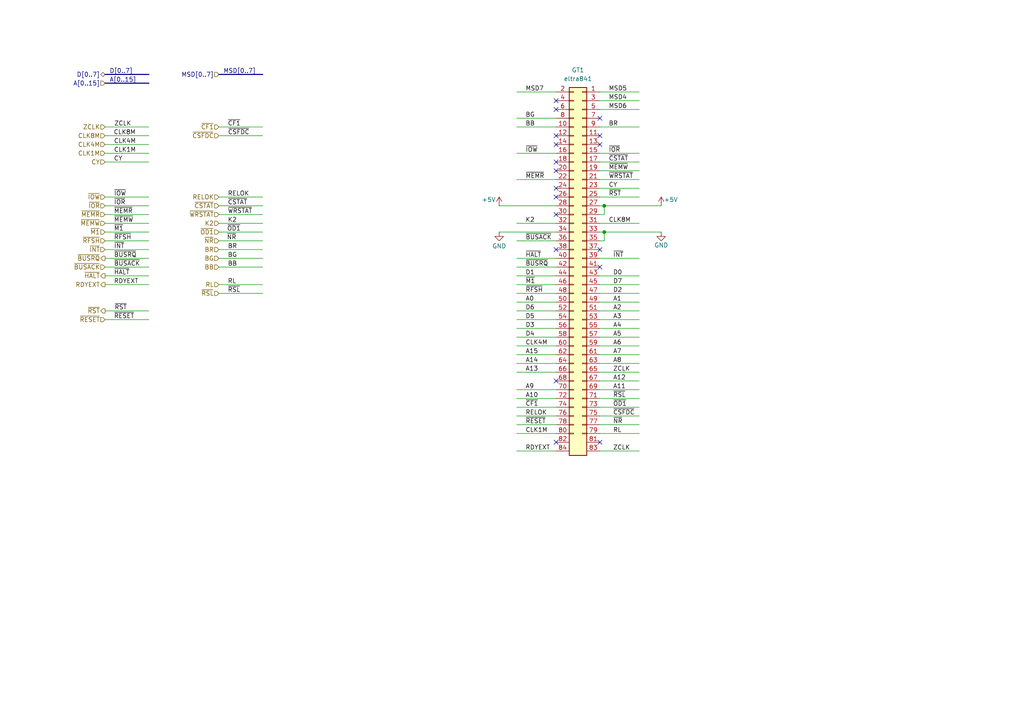
<source format=kicad_sch>
(kicad_sch (version 20250114) (generator "eeschema") (generator_version "9.0")
  (paper "A4")
  (title_block (title "Elwro 800 Junior Rev C - FDC connector") (company "Przemysław Węgrzyn <pwegrzyn@codepainters.com>"))
  (lib_symbols
    (symbol "e800j_custom:eltra841" (pin_names (offset 1.016) (hide yes))
      (property "Reference" "J" (at 1.27 50.8 0))
      (property "Value" "eltra841" (at 1.778 -58.674 0))
      (symbol "eltra841_1_1"
        (rectangle (start -1.27 49.53) (end 3.81 -57.15) (stroke (width 0.254)) (fill (type background)))
        (rectangle (start 0 48.133) (end -1.27 48.387) (stroke (width 0.1524)))
        (rectangle (start 0 45.593) (end -1.27 45.847) (stroke (width 0.1524)))
        (rectangle (start 0 43.053) (end -1.27 43.307) (stroke (width 0.1524)))
        (rectangle (start 0 40.513) (end -1.27 40.767) (stroke (width 0.1524)))
        (rectangle (start 0 37.973) (end -1.27 38.227) (stroke (width 0.1524)))
        (rectangle (start 0 35.433) (end -1.27 35.687) (stroke (width 0.1524)))
        (rectangle (start 0 32.893) (end -1.27 33.147) (stroke (width 0.1524)))
        (rectangle (start 0 30.353) (end -1.27 30.607) (stroke (width 0.1524)))
        (rectangle (start 0 27.813) (end -1.27 28.067) (stroke (width 0.1524)))
        (rectangle (start 0 25.273) (end -1.27 25.527) (stroke (width 0.1524)))
        (rectangle (start 0 22.733) (end -1.27 22.987) (stroke (width 0.1524)))
        (rectangle (start 0 20.193) (end -1.27 20.447) (stroke (width 0.1524)))
        (rectangle (start 0 17.653) (end -1.27 17.907) (stroke (width 0.1524)))
        (rectangle (start 0 15.113) (end -1.27 15.367) (stroke (width 0.1524)))
        (rectangle (start 0 12.573) (end -1.27 12.827) (stroke (width 0.1524)))
        (rectangle (start 0 10.033) (end -1.27 10.287) (stroke (width 0.1524)))
        (rectangle (start 0 7.493) (end -1.27 7.747) (stroke (width 0.1524)))
        (rectangle (start 0 4.953) (end -1.27 5.207) (stroke (width 0.1524)))
        (rectangle (start 0 2.413) (end -1.27 2.667) (stroke (width 0.1524)))
        (rectangle (start 0 -0.127) (end -1.27 0.127) (stroke (width 0.1524)))
        (rectangle (start 0 -2.667) (end -1.27 -2.413) (stroke (width 0.1524)))
        (rectangle (start 0 -5.207) (end -1.27 -4.953) (stroke (width 0.1524)))
        (rectangle (start 0 -7.747) (end -1.27 -7.493) (stroke (width 0.1524)))
        (rectangle (start 0 -10.287) (end -1.27 -10.033) (stroke (width 0.1524)))
        (rectangle (start 0 -12.827) (end -1.27 -12.573) (stroke (width 0.1524)))
        (rectangle (start 0 -15.367) (end -1.27 -15.113) (stroke (width 0.1524)))
        (rectangle (start 0 -17.907) (end -1.27 -17.653) (stroke (width 0.1524)))
        (rectangle (start 0 -20.447) (end -1.27 -20.193) (stroke (width 0.1524)))
        (rectangle (start 0 -22.987) (end -1.27 -22.733) (stroke (width 0.1524)))
        (rectangle (start 0 -25.527) (end -1.27 -25.273) (stroke (width 0.1524)))
        (rectangle (start 0 -28.067) (end -1.27 -27.813) (stroke (width 0.1524)))
        (rectangle (start 0 -30.607) (end -1.27 -30.353) (stroke (width 0.1524)))
        (rectangle (start 0 -33.147) (end -1.27 -32.893) (stroke (width 0.1524)))
        (rectangle (start 0 -35.687) (end -1.27 -35.433) (stroke (width 0.1524)))
        (rectangle (start 0 -38.227) (end -1.27 -37.973) (stroke (width 0.1524)))
        (rectangle (start 0 -40.767) (end -1.27 -40.513) (stroke (width 0.1524)))
        (rectangle (start 0 -43.307) (end -1.27 -43.053) (stroke (width 0.1524)))
        (rectangle (start 0 -45.847) (end -1.27 -45.593) (stroke (width 0.1524)))
        (rectangle (start 0 -48.387) (end -1.27 -48.133) (stroke (width 0.1524)))
        (rectangle (start 0 -50.927) (end -1.27 -50.673) (stroke (width 0.1524)))
        (rectangle (start 2.54 48.133) (end 3.81 48.387) (stroke (width 0.1524)))
        (rectangle (start 2.54 45.593) (end 3.81 45.847) (stroke (width 0.1524)))
        (rectangle (start 2.54 43.053) (end 3.81 43.307) (stroke (width 0.1524)))
        (rectangle (start 2.54 40.513) (end 3.81 40.767) (stroke (width 0.1524)))
        (rectangle (start 2.54 37.973) (end 3.81 38.227) (stroke (width 0.1524)))
        (rectangle (start 2.54 35.433) (end 3.81 35.687) (stroke (width 0.1524)))
        (rectangle (start 2.54 32.893) (end 3.81 33.147) (stroke (width 0.1524)))
        (rectangle (start 2.54 30.353) (end 3.81 30.607) (stroke (width 0.1524)))
        (rectangle (start 2.54 27.813) (end 3.81 28.067) (stroke (width 0.1524)))
        (rectangle (start 2.54 25.273) (end 3.81 25.527) (stroke (width 0.1524)))
        (rectangle (start 2.54 22.733) (end 3.81 22.987) (stroke (width 0.1524)))
        (rectangle (start 2.54 20.193) (end 3.81 20.447) (stroke (width 0.1524)))
        (rectangle (start 2.54 17.653) (end 3.81 17.907) (stroke (width 0.1524)))
        (rectangle (start 2.54 15.113) (end 3.81 15.367) (stroke (width 0.1524)))
        (rectangle (start 2.54 12.573) (end 3.81 12.827) (stroke (width 0.1524)))
        (rectangle (start 2.54 10.033) (end 3.81 10.287) (stroke (width 0.1524)))
        (rectangle (start 2.54 7.493) (end 3.81 7.747) (stroke (width 0.1524)))
        (rectangle (start 2.54 4.953) (end 3.81 5.207) (stroke (width 0.1524)))
        (rectangle (start 2.54 2.413) (end 3.81 2.667) (stroke (width 0.1524)))
        (rectangle (start 2.54 -0.127) (end 3.81 0.127) (stroke (width 0.1524)))
        (rectangle (start 2.54 -2.667) (end 3.81 -2.413) (stroke (width 0.1524)))
        (rectangle (start 2.54 -5.207) (end 3.81 -4.953) (stroke (width 0.1524)))
        (rectangle (start 2.54 -7.747) (end 3.81 -7.493) (stroke (width 0.1524)))
        (rectangle (start 2.54 -10.287) (end 3.81 -10.033) (stroke (width 0.1524)))
        (rectangle (start 2.54 -12.827) (end 3.81 -12.573) (stroke (width 0.1524)))
        (rectangle (start 2.54 -15.367) (end 3.81 -15.113) (stroke (width 0.1524)))
        (rectangle (start 2.54 -17.907) (end 3.81 -17.653) (stroke (width 0.1524)))
        (rectangle (start 2.54 -20.447) (end 3.81 -20.193) (stroke (width 0.1524)))
        (rectangle (start 2.54 -22.987) (end 3.81 -22.733) (stroke (width 0.1524)))
        (rectangle (start 2.54 -25.527) (end 3.81 -25.273) (stroke (width 0.1524)))
        (rectangle (start 2.54 -28.067) (end 3.81 -27.813) (stroke (width 0.1524)))
        (rectangle (start 2.54 -30.607) (end 3.81 -30.353) (stroke (width 0.1524)))
        (rectangle (start 2.54 -33.147) (end 3.81 -32.893) (stroke (width 0.1524)))
        (rectangle (start 2.54 -35.687) (end 3.81 -35.433) (stroke (width 0.1524)))
        (rectangle (start 2.54 -38.227) (end 3.81 -37.973) (stroke (width 0.1524)))
        (rectangle (start 2.54 -40.767) (end 3.81 -40.513) (stroke (width 0.1524)))
        (rectangle (start 2.54 -43.307) (end 3.81 -43.053) (stroke (width 0.1524)))
        (rectangle (start 2.54 -45.847) (end 3.81 -45.593) (stroke (width 0.1524)))
        (rectangle (start 2.54 -48.387) (end 3.81 -48.133) (stroke (width 0.1524)))
        (rectangle (start 2.54 -50.927) (end 3.81 -50.673) (stroke (width 0.1524)))
        (pin passive line (at -5.08 48.26 0) (length 3.81) (name "Pin_2") (number "2"))
        (pin passive line (at -5.08 45.72 0) (length 3.81) (name "Pin_4") (number "4"))
        (pin passive line (at -5.08 43.18 0) (length 3.81) (name "Pin_6") (number "6"))
        (pin passive line (at -5.08 40.64 0) (length 3.81) (name "Pin_8") (number "8"))
        (pin passive line (at -5.08 38.1 0) (length 3.81) (name "Pin_10") (number "10"))
        (pin passive line (at -5.08 35.56 0) (length 3.81) (name "Pin_12") (number "12"))
        (pin passive line (at -5.08 33.02 0) (length 3.81) (name "Pin_14") (number "14"))
        (pin passive line (at -5.08 30.48 0) (length 3.81) (name "Pin_16") (number "16"))
        (pin passive line (at -5.08 27.94 0) (length 3.81) (name "Pin_18") (number "18"))
        (pin passive line (at -5.08 25.4 0) (length 3.81) (name "Pin_20") (number "20"))
        (pin passive line (at -5.08 22.86 0) (length 3.81) (name "Pin_22") (number "22"))
        (pin passive line (at -5.08 20.32 0) (length 3.81) (name "Pin_24") (number "24"))
        (pin passive line (at -5.08 17.78 0) (length 3.81) (name "Pin_26") (number "26"))
        (pin passive line (at -5.08 15.24 0) (length 3.81) (name "Pin_28") (number "28"))
        (pin passive line (at -5.08 12.7 0) (length 3.81) (name "Pin_30") (number "30"))
        (pin passive line (at -5.08 10.16 0) (length 3.81) (name "Pin_32") (number "32"))
        (pin passive line (at -5.08 7.62 0) (length 3.81) (name "Pin_34") (number "34"))
        (pin passive line (at -5.08 5.08 0) (length 3.81) (name "Pin_36") (number "36"))
        (pin passive line (at -5.08 2.54 0) (length 3.81) (name "Pin_38") (number "38"))
        (pin passive line (at -5.08 0 0) (length 3.81) (name "Pin_40") (number "40"))
        (pin passive line (at -5.08 -2.54 0) (length 3.81) (name "Pin_42") (number "42"))
        (pin passive line (at -5.08 -5.08 0) (length 3.81) (name "Pin_44") (number "44"))
        (pin passive line (at -5.08 -7.62 0) (length 3.81) (name "Pin_46") (number "46"))
        (pin passive line (at -5.08 -10.16 0) (length 3.81) (name "Pin_48") (number "48"))
        (pin passive line (at -5.08 -12.7 0) (length 3.81) (name "Pin_50") (number "50"))
        (pin passive line (at -5.08 -15.24 0) (length 3.81) (name "Pin_52") (number "52"))
        (pin passive line (at -5.08 -17.78 0) (length 3.81) (name "Pin_54") (number "54"))
        (pin passive line (at -5.08 -20.32 0) (length 3.81) (name "Pin_56") (number "56"))
        (pin passive line (at -5.08 -22.86 0) (length 3.81) (name "Pin_58") (number "58"))
        (pin passive line (at -5.08 -25.4 0) (length 3.81) (name "Pin_60") (number "60"))
        (pin passive line (at -5.08 -27.94 0) (length 3.81) (name "Pin_62") (number "62"))
        (pin passive line (at -5.08 -30.48 0) (length 3.81) (name "Pin_64") (number "64"))
        (pin passive line (at -5.08 -33.02 0) (length 3.81) (name "Pin_66") (number "66"))
        (pin passive line (at -5.08 -35.56 0) (length 3.81) (name "Pin_68") (number "68"))
        (pin passive line (at -5.08 -38.1 0) (length 3.81) (name "Pin_70") (number "70"))
        (pin passive line (at -5.08 -40.64 0) (length 3.81) (name "Pin_72") (number "72"))
        (pin passive line (at -5.08 -43.18 0) (length 3.81) (name "Pin_74") (number "74"))
        (pin passive line (at -5.08 -45.72 0) (length 3.81) (name "Pin_76") (number "76"))
        (pin passive line (at -5.08 -48.26 0) (length 3.81) (name "Pin_78") (number "78"))
        (pin passive line (at -5.08 -50.8 0) (length 3.81) (name "Pin_80") (number "80"))
        (pin passive line (at -5.08 -53.34 0) (length 3.81) (name "Pin_80") (number "82"))
        (pin passive line (at -5.08 -55.88 0) (length 3.81) (name "Pin_80") (number "84"))
        (pin passive line (at 7.62 48.26 180) (length 3.81) (name "Pin_1") (number "1"))
        (pin passive line (at 7.62 45.72 180) (length 3.81) (name "Pin_3") (number "3"))
        (pin passive line (at 7.62 43.18 180) (length 3.81) (name "Pin_5") (number "5"))
        (pin passive line (at 7.62 40.64 180) (length 3.81) (name "Pin_7") (number "7"))
        (pin passive line (at 7.62 38.1 180) (length 3.81) (name "Pin_9") (number "9"))
        (pin passive line (at 7.62 35.56 180) (length 3.81) (name "Pin_11") (number "11"))
        (pin passive line (at 7.62 33.02 180) (length 3.81) (name "Pin_13") (number "13"))
        (pin passive line (at 7.62 30.48 180) (length 3.81) (name "Pin_15") (number "15"))
        (pin passive line (at 7.62 27.94 180) (length 3.81) (name "Pin_17") (number "17"))
        (pin passive line (at 7.62 25.4 180) (length 3.81) (name "Pin_19") (number "19"))
        (pin passive line (at 7.62 22.86 180) (length 3.81) (name "Pin_21") (number "21"))
        (pin passive line (at 7.62 20.32 180) (length 3.81) (name "Pin_23") (number "23"))
        (pin passive line (at 7.62 17.78 180) (length 3.81) (name "Pin_25") (number "25"))
        (pin passive line (at 7.62 15.24 180) (length 3.81) (name "Pin_27") (number "27"))
        (pin passive line (at 7.62 12.7 180) (length 3.81) (name "Pin_29") (number "29"))
        (pin passive line (at 7.62 10.16 180) (length 3.81) (name "Pin_31") (number "31"))
        (pin passive line (at 7.62 7.62 180) (length 3.81) (name "Pin_33") (number "33"))
        (pin passive line (at 7.62 5.08 180) (length 3.81) (name "Pin_35") (number "35"))
        (pin passive line (at 7.62 2.54 180) (length 3.81) (name "Pin_37") (number "37"))
        (pin passive line (at 7.62 0 180) (length 3.81) (name "Pin_39") (number "39"))
        (pin passive line (at 7.62 -2.54 180) (length 3.81) (name "Pin_41") (number "41"))
        (pin passive line (at 7.62 -5.08 180) (length 3.81) (name "Pin_43") (number "43"))
        (pin passive line (at 7.62 -7.62 180) (length 3.81) (name "Pin_45") (number "45"))
        (pin passive line (at 7.62 -10.16 180) (length 3.81) (name "Pin_47") (number "47"))
        (pin passive line (at 7.62 -12.7 180) (length 3.81) (name "Pin_49") (number "49"))
        (pin passive line (at 7.62 -15.24 180) (length 3.81) (name "Pin_51") (number "51"))
        (pin passive line (at 7.62 -17.78 180) (length 3.81) (name "Pin_53") (number "53"))
        (pin passive line (at 7.62 -20.32 180) (length 3.81) (name "Pin_55") (number "55"))
        (pin passive line (at 7.62 -22.86 180) (length 3.81) (name "Pin_57") (number "57"))
        (pin passive line (at 7.62 -25.4 180) (length 3.81) (name "Pin_59") (number "59"))
        (pin passive line (at 7.62 -27.94 180) (length 3.81) (name "Pin_61") (number "61"))
        (pin passive line (at 7.62 -30.48 180) (length 3.81) (name "Pin_63") (number "63"))
        (pin passive line (at 7.62 -33.02 180) (length 3.81) (name "Pin_65") (number "65"))
        (pin passive line (at 7.62 -35.56 180) (length 3.81) (name "Pin_67") (number "67"))
        (pin passive line (at 7.62 -38.1 180) (length 3.81) (name "Pin_69") (number "69"))
        (pin passive line (at 7.62 -40.64 180) (length 3.81) (name "Pin_71") (number "71"))
        (pin passive line (at 7.62 -43.18 180) (length 3.81) (name "Pin_73") (number "73"))
        (pin passive line (at 7.62 -45.72 180) (length 3.81) (name "Pin_75") (number "75"))
        (pin passive line (at 7.62 -48.26 180) (length 3.81) (name "Pin_77") (number "77"))
        (pin passive line (at 7.62 -50.8 180) (length 3.81) (name "Pin_79") (number "79"))
        (pin passive line (at 7.62 -53.34 180) (length 3.81) (name "Pin_79") (number "81"))
        (pin passive line (at 7.62 -55.88 180) (length 3.81) (name "Pin_79") (number "83"))
      )
    )
    (symbol "power:+5V" (power) (pin_numbers (hide yes)) (pin_names (offset 0) (hide yes))
      (property "Value" "+5V" (at 0 3.556 0))
      (symbol "+5V_0_1"
        (polyline (pts (xy -0.762 1.27) (xy 0 2.54)))
        (polyline (pts (xy 0 2.54) (xy 0.762 1.27)))
        (polyline (pts (xy 0 0) (xy 0 2.54)))
      )
      (symbol "+5V_1_1"
        (pin power_in line (at 0 0 90) (length 0) (name "~") (number "1"))
      )
    )
    (symbol "power:GND" (power) (pin_numbers (hide yes)) (pin_names (offset 0) (hide yes))
      (property "Value" "GND" (at 0 -3.81 0))
      (symbol "GND_0_1"
        (polyline (pts (xy 0 0) (xy 0 -1.27) (xy 1.27 -1.27) (xy 0 -2.54) (xy -1.27 -1.27) (xy 0 -1.27)))
      )
      (symbol "GND_1_1"
        (pin power_in line (at 0 0 270) (length 0) (name "~") (number "1"))
      )
    )
  )
  (junction (at 175.26 67.31))
  (junction (at 175.26 59.69))
  (no_connect (at 161.29 57.15))
  (no_connect (at 161.29 72.39))
  (no_connect (at 161.29 41.91))
  (no_connect (at 161.29 46.99))
  (no_connect (at 173.99 41.91))
  (no_connect (at 173.99 34.29))
  (no_connect (at 161.29 49.53))
  (no_connect (at 173.99 72.39))
  (no_connect (at 161.29 31.75))
  (no_connect (at 173.99 128.27))
  (no_connect (at 161.29 62.23))
  (no_connect (at 161.29 128.27))
  (no_connect (at 161.29 39.37))
  (no_connect (at 161.29 110.49))
  (no_connect (at 161.29 54.61))
  (no_connect (at 161.29 29.21))
  (no_connect (at 173.99 39.37))
  (no_connect (at 173.99 77.47))
  (wire (pts (xy 173.99 125.73) (xy 185.42 125.73)))
  (wire (pts (xy 173.99 59.69) (xy 175.26 59.69)))
  (wire (pts (xy 149.86 44.45) (xy 161.29 44.45)))
  (wire (pts (xy 149.86 90.17) (xy 161.29 90.17)))
  (wire (pts (xy 30.48 77.47) (xy 43.18 77.47)))
  (wire (pts (xy 173.99 105.41) (xy 185.42 105.41)))
  (wire (pts (xy 149.86 80.01) (xy 161.29 80.01)))
  (wire (pts (xy 173.99 120.65) (xy 185.42 120.65)))
  (bus (pts (xy 63.5 21.59) (xy 76.2 21.59)))
  (wire (pts (xy 173.99 49.53) (xy 185.42 49.53)))
  (wire (pts (xy 173.99 110.49) (xy 185.42 110.49)))
  (wire (pts (xy 173.99 67.31) (xy 175.26 67.31)))
  (wire (pts (xy 173.99 44.45) (xy 185.42 44.45)))
  (wire (pts (xy 149.86 74.93) (xy 161.29 74.93)))
  (wire (pts (xy 149.86 107.95) (xy 161.29 107.95)))
  (wire (pts (xy 149.86 102.87) (xy 161.29 102.87)))
  (wire (pts (xy 149.86 87.63) (xy 161.29 87.63)))
  (wire (pts (xy 173.99 102.87) (xy 185.42 102.87)))
  (wire (pts (xy 173.99 82.55) (xy 185.42 82.55)))
  (wire (pts (xy 173.99 57.15) (xy 185.42 57.15)))
  (wire (pts (xy 173.99 64.77) (xy 185.42 64.77)))
  (wire (pts (xy 43.18 36.83) (xy 30.48 36.83)))
  (wire (pts (xy 173.99 92.71) (xy 185.42 92.71)))
  (wire (pts (xy 173.99 113.03) (xy 185.42 113.03)))
  (wire (pts (xy 173.99 123.19) (xy 185.42 123.19)))
  (wire (pts (xy 30.48 72.39) (xy 43.18 72.39)))
  (wire (pts (xy 149.86 52.07) (xy 161.29 52.07)))
  (wire (pts (xy 191.77 59.69) (xy 175.26 59.69)))
  (wire (pts (xy 76.2 59.69) (xy 63.5 59.69)))
  (wire (pts (xy 149.86 77.47) (xy 161.29 77.47)))
  (wire (pts (xy 30.48 80.01) (xy 43.18 80.01)))
  (wire (pts (xy 149.86 113.03) (xy 161.29 113.03)))
  (wire (pts (xy 173.99 80.01) (xy 185.42 80.01)))
  (wire (pts (xy 173.99 90.17) (xy 185.42 90.17)))
  (wire (pts (xy 149.86 123.19) (xy 161.29 123.19)))
  (wire (pts (xy 63.5 72.39) (xy 76.2 72.39)))
  (wire (pts (xy 173.99 26.67) (xy 185.42 26.67)))
  (wire (pts (xy 43.18 90.17) (xy 30.48 90.17)))
  (wire (pts (xy 76.2 39.37) (xy 63.5 39.37)))
  (wire (pts (xy 149.86 85.09) (xy 161.29 85.09)))
  (wire (pts (xy 175.26 62.23) (xy 175.26 59.69)))
  (wire (pts (xy 149.86 120.65) (xy 161.29 120.65)))
  (wire (pts (xy 149.86 92.71) (xy 161.29 92.71)))
  (wire (pts (xy 30.48 57.15) (xy 43.18 57.15)))
  (wire (pts (xy 149.86 100.33) (xy 161.29 100.33)))
  (wire (pts (xy 173.99 62.23) (xy 175.26 62.23)))
  (wire (pts (xy 30.48 82.55) (xy 43.18 82.55)))
  (wire (pts (xy 173.99 95.25) (xy 185.42 95.25)))
  (wire (pts (xy 63.5 74.93) (xy 76.2 74.93)))
  (wire (pts (xy 144.78 67.31) (xy 161.29 67.31)))
  (wire (pts (xy 149.86 97.79) (xy 161.29 97.79)))
  (wire (pts (xy 173.99 115.57) (xy 185.42 115.57)))
  (wire (pts (xy 63.5 64.77) (xy 76.2 64.77)))
  (wire (pts (xy 76.2 82.55) (xy 63.5 82.55)))
  (wire (pts (xy 173.99 36.83) (xy 185.42 36.83)))
  (wire (pts (xy 76.2 62.23) (xy 63.5 62.23)))
  (wire (pts (xy 175.26 67.31) (xy 175.26 69.85)))
  (wire (pts (xy 63.5 36.83) (xy 76.2 36.83)))
  (wire (pts (xy 149.86 26.67) (xy 161.29 26.67)))
  (wire (pts (xy 43.18 39.37) (xy 30.48 39.37)))
  (wire (pts (xy 173.99 54.61) (xy 185.42 54.61)))
  (wire (pts (xy 76.2 69.85) (xy 63.5 69.85)))
  (wire (pts (xy 149.86 69.85) (xy 161.29 69.85)))
  (wire (pts (xy 76.2 85.09) (xy 63.5 85.09)))
  (wire (pts (xy 149.86 105.41) (xy 161.29 105.41)))
  (wire (pts (xy 149.86 95.25) (xy 161.29 95.25)))
  (wire (pts (xy 173.99 85.09) (xy 185.42 85.09)))
  (wire (pts (xy 76.2 67.31) (xy 63.5 67.31)))
  (bus (pts (xy 30.48 21.59) (xy 43.18 21.59)))
  (wire (pts (xy 43.18 46.99) (xy 30.48 46.99)))
  (wire (pts (xy 149.86 34.29) (xy 161.29 34.29)))
  (wire (pts (xy 30.48 64.77) (xy 43.18 64.77)))
  (wire (pts (xy 30.48 92.71) (xy 43.18 92.71)))
  (wire (pts (xy 173.99 74.93) (xy 185.42 74.93)))
  (wire (pts (xy 175.26 69.85) (xy 173.99 69.85)))
  (wire (pts (xy 173.99 130.81) (xy 185.42 130.81)))
  (wire (pts (xy 173.99 100.33) (xy 185.42 100.33)))
  (wire (pts (xy 173.99 46.99) (xy 185.42 46.99)))
  (wire (pts (xy 149.86 130.81) (xy 161.29 130.81)))
  (wire (pts (xy 173.99 31.75) (xy 185.42 31.75)))
  (wire (pts (xy 149.86 125.73) (xy 161.29 125.73)))
  (wire (pts (xy 173.99 118.11) (xy 185.42 118.11)))
  (wire (pts (xy 149.86 82.55) (xy 161.29 82.55)))
  (wire (pts (xy 144.78 59.69) (xy 161.29 59.69)))
  (wire (pts (xy 149.86 64.77) (xy 161.29 64.77)))
  (wire (pts (xy 63.5 57.15) (xy 76.2 57.15)))
  (bus (pts (xy 43.18 24.13) (xy 30.48 24.13)))
  (wire (pts (xy 173.99 52.07) (xy 185.42 52.07)))
  (wire (pts (xy 30.48 69.85) (xy 43.18 69.85)))
  (wire (pts (xy 173.99 107.95) (xy 185.42 107.95)))
  (wire (pts (xy 30.48 59.69) (xy 43.18 59.69)))
  (wire (pts (xy 191.77 67.31) (xy 175.26 67.31)))
  (wire (pts (xy 63.5 77.47) (xy 76.2 77.47)))
  (wire (pts (xy 173.99 97.79) (xy 185.42 97.79)))
  (wire (pts (xy 149.86 36.83) (xy 161.29 36.83)))
  (wire (pts (xy 30.48 67.31) (xy 43.18 67.31)))
  (wire (pts (xy 30.48 74.93) (xy 43.18 74.93)))
  (wire (pts (xy 30.48 41.91) (xy 43.18 41.91)))
  (wire (pts (xy 149.86 118.11) (xy 161.29 118.11)))
  (wire (pts (xy 173.99 29.21) (xy 185.42 29.21)))
  (wire (pts (xy 173.99 87.63) (xy 185.42 87.63)))
  (wire (pts (xy 149.86 115.57) (xy 161.29 115.57)))
  (wire (pts (xy 30.48 62.23) (xy 43.18 62.23)))
  (wire (pts (xy 30.48 44.45) (xy 43.18 44.45)))
  (label "~{RESET}" (at 152.4 123.19 0))
  (label "~{RST}" (at 176.53 57.15 0))
  (label "~{INT}" (at 33.02 72.39 0))
  (label "~{RFSH}" (at 33.02 69.85 0))
  (label "A13" (at 152.4 107.95 0))
  (label "RELOK" (at 152.4 120.65 0))
  (label "~{MEMW}" (at 33.02 64.77 0))
  (label "D4" (at 152.4 97.79 0))
  (label "BG" (at 152.4 34.29 0))
  (label "MSD6" (at 176.53 31.75 0))
  (label "~{BUSRQ}" (at 152.4 77.47 0))
  (label "RL" (at 66.04 82.55 0))
  (label "A0" (at 152.4 87.63 0))
  (label "CLK8M" (at 39.37 39.37 180))
  (label "BG" (at 66.04 74.93 0))
  (label "A5" (at 177.8 97.79 0))
  (label "A12" (at 177.8 110.49 0))
  (label "A3" (at 177.8 92.71 0))
  (label "~{MEMR}" (at 33.02 62.23 0))
  (label "~{IOW}" (at 33.02 57.15 0))
  (label "~{NR}" (at 68.58 69.85 180))
  (label "~{CSTAT}" (at 176.53 46.99 0))
  (label "~{MEMW}" (at 176.53 49.53 0))
  (label "BB" (at 66.04 77.47 0))
  (label "A9" (at 152.4 113.03 0))
  (label "D6" (at 152.4 90.17 0))
  (label "A7" (at 177.8 102.87 0))
  (label "RELOK" (at 66.04 57.15 0))
  (label "BR" (at 176.53 36.83 0))
  (label "~{RST}" (at 36.83 90.17 180))
  (label "ZCLK" (at 38.1 36.83 180))
  (label "~{CF1}" (at 66.04 36.83 0))
  (label "MSD5" (at 176.53 26.67 0))
  (label "ZCLK" (at 177.8 107.95 0))
  (label "K2" (at 66.04 64.77 0))
  (label "CLK4M" (at 33.02 41.91 0))
  (label "~{CSFDC}" (at 72.39 39.37 180))
  (label "~{WRSTAT}" (at 66.04 62.23 0))
  (label "A2" (at 177.8 90.17 0))
  (label "~{HALT}" (at 33.02 80.01 0))
  (label "RDYEXT" (at 152.4 130.81 0))
  (label "~{IOW}" (at 152.4 44.45 0))
  (label "~{M1}" (at 33.02 67.31 0))
  (label "~{RESET}" (at 33.02 92.71 0))
  (label "~{RSL}" (at 177.8 115.57 0))
  (label "BR" (at 66.04 72.39 0))
  (label "~{RSL}" (at 66.04 85.09 0))
  (label "RL" (at 177.8 125.73 0))
  (label "~{IOR}" (at 33.02 59.69 0))
  (label "A[0..15]" (at 31.75 24.13 0))
  (label "~{MEMR}" (at 152.4 52.07 0))
  (label "A4" (at 177.8 95.25 0))
  (label "BB" (at 152.4 36.83 0))
  (label "CLK1M" (at 33.02 44.45 0))
  (label "~{CSTAT}" (at 66.04 59.69 0))
  (label "~{BUSACK}" (at 152.4 69.85 0))
  (label "~{RFSH}" (at 152.4 85.09 0))
  (label "D0" (at 177.8 80.01 0))
  (label "D7" (at 177.8 82.55 0))
  (label "~{OD1}" (at 177.8 118.11 0))
  (label "CLK8M" (at 176.53 64.77 0))
  (label "CY" (at 176.53 54.61 0))
  (label "~{HALT}" (at 152.4 74.93 0))
  (label "CY" (at 35.56 46.99 180))
  (label "A1" (at 177.8 87.63 0))
  (label "CLK1M" (at 152.4 125.73 0))
  (label "D3" (at 152.4 95.25 0))
  (label "MSD[0..7]" (at 64.77 21.59 0))
  (label "D[0..7]" (at 31.75 21.59 0))
  (label "RDYEXT" (at 33.02 82.55 0))
  (label "~{CF1}" (at 152.4 118.11 0))
  (label "~{BUSACK}" (at 33.02 77.47 0))
  (label "D1" (at 152.4 80.01 0))
  (label "MSD4" (at 176.53 29.21 0))
  (label "~{M1}" (at 152.4 82.55 0))
  (label "ZCLK" (at 177.8 130.81 0))
  (label "A14" (at 152.4 105.41 0))
  (label "CLK4M" (at 152.4 100.33 0))
  (label "A6" (at 177.8 100.33 0))
  (label "A10" (at 152.4 115.57 0))
  (label "D5" (at 152.4 92.71 0))
  (label "~{INT}" (at 177.8 74.93 0))
  (label "A8" (at 177.8 105.41 0))
  (label "MSD7" (at 152.4 26.67 0))
  (label "~{BUSRQ}" (at 33.02 74.93 0))
  (label "A11" (at 177.8 113.03 0))
  (label "A15" (at 152.4 102.87 0))
  (label "~{IOR}" (at 176.53 44.45 0))
  (label "~{NR}" (at 177.8 123.19 0))
  (label "~{OD1}" (at 69.85 67.31 180))
  (label "~{WRSTAT}" (at 176.53 52.07 0))
  (label "D2" (at 177.8 85.09 0))
  (label "~{CSFDC}" (at 177.8 120.65 0))
  (label "K2" (at 152.4 64.77 0))
  (hierarchical_label "CLK1M" (shape input) (at 30.48 44.45 180))
  (hierarchical_label "A[0..15]" (shape input) (at 30.48 24.13 180))
  (hierarchical_label "~{IOR}" (shape input) (at 30.48 59.69 180))
  (hierarchical_label "RELOK" (shape input) (at 63.5 57.15 180))
  (hierarchical_label "~{HALT}" (shape output) (at 30.48 80.01 180))
  (hierarchical_label "~{IOW}" (shape input) (at 30.48 57.15 180))
  (hierarchical_label "CLK8M" (shape input) (at 30.48 39.37 180))
  (hierarchical_label "~{RFSH}" (shape input) (at 30.48 69.85 180))
  (hierarchical_label "K2" (shape input) (at 63.5 64.77 180))
  (hierarchical_label "D[0..7]" (shape bidirectional) (at 30.48 21.59 180))
  (hierarchical_label "~{CF1}" (shape input) (at 63.5 36.83 180))
  (hierarchical_label "~{CSFDC}" (shape input) (at 63.5 39.37 180))
  (hierarchical_label "~{CSTAT}" (shape input) (at 63.5 59.69 180))
  (hierarchical_label "~{RST}" (shape output) (at 30.48 90.17 180))
  (hierarchical_label "~{BUSACK}" (shape input) (at 30.48 77.47 180))
  (hierarchical_label "BR" (shape input) (at 63.5 72.39 180))
  (hierarchical_label "~{RSL}" (shape input) (at 63.5 85.09 180))
  (hierarchical_label "ZCLK" (shape input) (at 30.48 36.83 180))
  (hierarchical_label "BG" (shape input) (at 63.5 74.93 180))
  (hierarchical_label "~{MEMW}" (shape input) (at 30.48 64.77 180))
  (hierarchical_label "~{NR}" (shape input) (at 63.5 69.85 180))
  (hierarchical_label "~{BUSRQ}" (shape output) (at 30.48 74.93 180))
  (hierarchical_label "~{INT}" (shape input) (at 30.48 72.39 180))
  (hierarchical_label "~{MEMR}" (shape input) (at 30.48 62.23 180))
  (hierarchical_label "~{OD1}" (shape input) (at 63.5 67.31 180))
  (hierarchical_label "RDYEXT" (shape output) (at 30.48 82.55 180))
  (hierarchical_label "RL" (shape input) (at 63.5 82.55 180))
  (hierarchical_label "CY" (shape input) (at 30.48 46.99 180))
  (hierarchical_label "CLK4M" (shape input) (at 30.48 41.91 180))
  (hierarchical_label "BB" (shape input) (at 63.5 77.47 180))
  (hierarchical_label "~{WRSTAT}" (shape input) (at 63.5 62.23 180))
  (hierarchical_label "MSD[0..7]" (shape input) (at 63.5 21.59 180))
  (hierarchical_label "~{RESET}" (shape input) (at 30.48 92.71 180))
  (hierarchical_label "~{M1}" (shape input) (at 30.48 67.31 180))
  (symbol (lib_id "power:+5V") (at 191.77 59.69 0) (unit 1)
    (property "Reference" "#PWR078" (effects (hide yes)))
    (property "Value" "+5V" (at 192.532 57.912 0) (effects (justify left)))
    (property "Description" "Power symbol creates a global label with name \"+5V\"" (effects (hide yes)))
  )
  (symbol (lib_id "power:GND") (at 144.78 67.31 0) (unit 1)
    (property "Reference" "#PWR081" (effects (hide yes)))
    (property "Value" "GND" (at 142.748 71.374 0) (effects (justify left)))
    (property "Description" "Power symbol creates a global label with name \"GND\" , ground" (effects (hide yes)))
  )
  (symbol (lib_id "power:+5V") (at 144.78 59.69 0) (unit 1)
    (property "Reference" "#PWR079" (effects (hide yes)))
    (property "Value" "+5V" (at 139.7 57.912 0) (effects (justify left)))
    (property "Description" "Power symbol creates a global label with name \"+5V\"" (effects (hide yes)))
  )
  (symbol (lib_id "e800j_custom:eltra841") (at 166.37 74.93 0) (unit 1)
    (property "Reference" "GT1" (at 167.64 20.32 0))
    (property "Value" "eltra841" (at 167.64 22.86 0))
    (property "Footprint" "e800j_custom:eltra841" (effects (hide yes)))
    (property "Description" "eltra841" (effects (hide yes)))
  )
  (symbol (lib_id "power:GND") (at 191.77 67.31 0) (unit 1)
    (property "Reference" "#PWR080" (effects (hide yes)))
    (property "Value" "GND" (at 189.738 71.12 0) (effects (justify left)))
    (property "Description" "Power symbol creates a global label with name \"GND\" , ground" (effects (hide yes)))
  )
)
</source>
